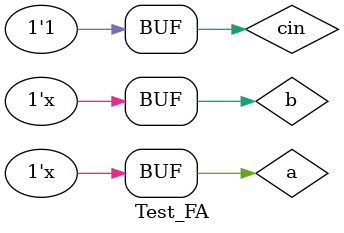
<source format=v>
module Test_FA;
reg a,b,cin;
wire s,cout;

FAdder fa(a,b,cin,s,cout);

initial begin
a=0; b=0; cin=0;
#8 cin=1;
end

always #2 a=~a;
always #4 b=~b;

endmodule

</source>
